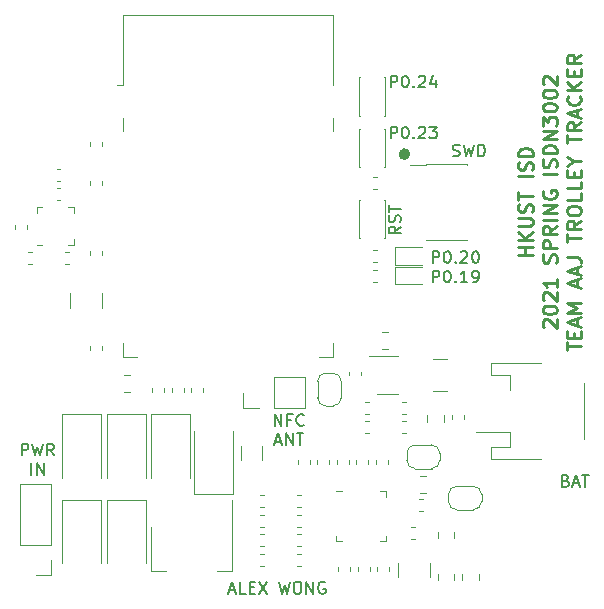
<source format=gbr>
%TF.GenerationSoftware,KiCad,Pcbnew,(5.1.6)-1*%
%TF.CreationDate,2021-05-23T01:52:29+08:00*%
%TF.ProjectId,HKIA_Tracker,484b4941-5f54-4726-9163-6b65722e6b69,rev?*%
%TF.SameCoordinates,Original*%
%TF.FileFunction,Legend,Top*%
%TF.FilePolarity,Positive*%
%FSLAX46Y46*%
G04 Gerber Fmt 4.6, Leading zero omitted, Abs format (unit mm)*
G04 Created by KiCad (PCBNEW (5.1.6)-1) date 2021-05-23 01:52:29*
%MOMM*%
%LPD*%
G01*
G04 APERTURE LIST*
%ADD10C,0.150000*%
%ADD11C,0.250000*%
%ADD12C,0.600000*%
%ADD13C,0.120000*%
%ADD14C,0.100000*%
G04 APERTURE END LIST*
D10*
X118915371Y-123915466D02*
X119391561Y-123915466D01*
X118820133Y-124201180D02*
X119153466Y-123201180D01*
X119486800Y-124201180D01*
X120296323Y-124201180D02*
X119820133Y-124201180D01*
X119820133Y-123201180D01*
X120629657Y-123677371D02*
X120962990Y-123677371D01*
X121105847Y-124201180D02*
X120629657Y-124201180D01*
X120629657Y-123201180D01*
X121105847Y-123201180D01*
X121439180Y-123201180D02*
X122105847Y-124201180D01*
X122105847Y-123201180D02*
X121439180Y-124201180D01*
X123153466Y-123201180D02*
X123391561Y-124201180D01*
X123582038Y-123486895D01*
X123772514Y-124201180D01*
X124010609Y-123201180D01*
X124582038Y-123201180D02*
X124772514Y-123201180D01*
X124867752Y-123248800D01*
X124962990Y-123344038D01*
X125010609Y-123534514D01*
X125010609Y-123867847D01*
X124962990Y-124058323D01*
X124867752Y-124153561D01*
X124772514Y-124201180D01*
X124582038Y-124201180D01*
X124486800Y-124153561D01*
X124391561Y-124058323D01*
X124343942Y-123867847D01*
X124343942Y-123534514D01*
X124391561Y-123344038D01*
X124486800Y-123248800D01*
X124582038Y-123201180D01*
X125439180Y-124201180D02*
X125439180Y-123201180D01*
X126010609Y-124201180D01*
X126010609Y-123201180D01*
X127010609Y-123248800D02*
X126915371Y-123201180D01*
X126772514Y-123201180D01*
X126629657Y-123248800D01*
X126534419Y-123344038D01*
X126486800Y-123439276D01*
X126439180Y-123629752D01*
X126439180Y-123772609D01*
X126486800Y-123963085D01*
X126534419Y-124058323D01*
X126629657Y-124153561D01*
X126772514Y-124201180D01*
X126867752Y-124201180D01*
X127010609Y-124153561D01*
X127058228Y-124105942D01*
X127058228Y-123772609D01*
X126867752Y-123772609D01*
D11*
X144593657Y-95547885D02*
X143393657Y-95547885D01*
X143965085Y-95547885D02*
X143965085Y-94862171D01*
X144593657Y-94862171D02*
X143393657Y-94862171D01*
X144593657Y-94290742D02*
X143393657Y-94290742D01*
X144593657Y-93605028D02*
X143907942Y-94119314D01*
X143393657Y-93605028D02*
X144079371Y-94290742D01*
X143393657Y-93090742D02*
X144365085Y-93090742D01*
X144479371Y-93033600D01*
X144536514Y-92976457D01*
X144593657Y-92862171D01*
X144593657Y-92633600D01*
X144536514Y-92519314D01*
X144479371Y-92462171D01*
X144365085Y-92405028D01*
X143393657Y-92405028D01*
X144536514Y-91890742D02*
X144593657Y-91719314D01*
X144593657Y-91433600D01*
X144536514Y-91319314D01*
X144479371Y-91262171D01*
X144365085Y-91205028D01*
X144250800Y-91205028D01*
X144136514Y-91262171D01*
X144079371Y-91319314D01*
X144022228Y-91433600D01*
X143965085Y-91662171D01*
X143907942Y-91776457D01*
X143850800Y-91833600D01*
X143736514Y-91890742D01*
X143622228Y-91890742D01*
X143507942Y-91833600D01*
X143450800Y-91776457D01*
X143393657Y-91662171D01*
X143393657Y-91376457D01*
X143450800Y-91205028D01*
X143393657Y-90862171D02*
X143393657Y-90176457D01*
X144593657Y-90519314D02*
X143393657Y-90519314D01*
X144593657Y-88862171D02*
X143393657Y-88862171D01*
X144536514Y-88347885D02*
X144593657Y-88176457D01*
X144593657Y-87890742D01*
X144536514Y-87776457D01*
X144479371Y-87719314D01*
X144365085Y-87662171D01*
X144250800Y-87662171D01*
X144136514Y-87719314D01*
X144079371Y-87776457D01*
X144022228Y-87890742D01*
X143965085Y-88119314D01*
X143907942Y-88233600D01*
X143850800Y-88290742D01*
X143736514Y-88347885D01*
X143622228Y-88347885D01*
X143507942Y-88290742D01*
X143450800Y-88233600D01*
X143393657Y-88119314D01*
X143393657Y-87833600D01*
X143450800Y-87662171D01*
X144593657Y-87147885D02*
X143393657Y-87147885D01*
X143393657Y-86862171D01*
X143450800Y-86690742D01*
X143565085Y-86576457D01*
X143679371Y-86519314D01*
X143907942Y-86462171D01*
X144079371Y-86462171D01*
X144307942Y-86519314D01*
X144422228Y-86576457D01*
X144536514Y-86690742D01*
X144593657Y-86862171D01*
X144593657Y-87147885D01*
X145557942Y-101662171D02*
X145500800Y-101605028D01*
X145443657Y-101490742D01*
X145443657Y-101205028D01*
X145500800Y-101090742D01*
X145557942Y-101033600D01*
X145672228Y-100976457D01*
X145786514Y-100976457D01*
X145957942Y-101033600D01*
X146643657Y-101719314D01*
X146643657Y-100976457D01*
X145443657Y-100233600D02*
X145443657Y-100119314D01*
X145500800Y-100005028D01*
X145557942Y-99947885D01*
X145672228Y-99890742D01*
X145900800Y-99833600D01*
X146186514Y-99833600D01*
X146415085Y-99890742D01*
X146529371Y-99947885D01*
X146586514Y-100005028D01*
X146643657Y-100119314D01*
X146643657Y-100233600D01*
X146586514Y-100347885D01*
X146529371Y-100405028D01*
X146415085Y-100462171D01*
X146186514Y-100519314D01*
X145900800Y-100519314D01*
X145672228Y-100462171D01*
X145557942Y-100405028D01*
X145500800Y-100347885D01*
X145443657Y-100233600D01*
X145557942Y-99376457D02*
X145500800Y-99319314D01*
X145443657Y-99205028D01*
X145443657Y-98919314D01*
X145500800Y-98805028D01*
X145557942Y-98747885D01*
X145672228Y-98690742D01*
X145786514Y-98690742D01*
X145957942Y-98747885D01*
X146643657Y-99433600D01*
X146643657Y-98690742D01*
X146643657Y-97547885D02*
X146643657Y-98233600D01*
X146643657Y-97890742D02*
X145443657Y-97890742D01*
X145615085Y-98005028D01*
X145729371Y-98119314D01*
X145786514Y-98233600D01*
X146586514Y-96176457D02*
X146643657Y-96005028D01*
X146643657Y-95719314D01*
X146586514Y-95605028D01*
X146529371Y-95547885D01*
X146415085Y-95490742D01*
X146300800Y-95490742D01*
X146186514Y-95547885D01*
X146129371Y-95605028D01*
X146072228Y-95719314D01*
X146015085Y-95947885D01*
X145957942Y-96062171D01*
X145900800Y-96119314D01*
X145786514Y-96176457D01*
X145672228Y-96176457D01*
X145557942Y-96119314D01*
X145500800Y-96062171D01*
X145443657Y-95947885D01*
X145443657Y-95662171D01*
X145500800Y-95490742D01*
X146643657Y-94976457D02*
X145443657Y-94976457D01*
X145443657Y-94519314D01*
X145500800Y-94405028D01*
X145557942Y-94347885D01*
X145672228Y-94290742D01*
X145843657Y-94290742D01*
X145957942Y-94347885D01*
X146015085Y-94405028D01*
X146072228Y-94519314D01*
X146072228Y-94976457D01*
X146643657Y-93090742D02*
X146072228Y-93490742D01*
X146643657Y-93776457D02*
X145443657Y-93776457D01*
X145443657Y-93319314D01*
X145500800Y-93205028D01*
X145557942Y-93147885D01*
X145672228Y-93090742D01*
X145843657Y-93090742D01*
X145957942Y-93147885D01*
X146015085Y-93205028D01*
X146072228Y-93319314D01*
X146072228Y-93776457D01*
X146643657Y-92576457D02*
X145443657Y-92576457D01*
X146643657Y-92005028D02*
X145443657Y-92005028D01*
X146643657Y-91319314D01*
X145443657Y-91319314D01*
X145500800Y-90119314D02*
X145443657Y-90233600D01*
X145443657Y-90405028D01*
X145500800Y-90576457D01*
X145615085Y-90690742D01*
X145729371Y-90747885D01*
X145957942Y-90805028D01*
X146129371Y-90805028D01*
X146357942Y-90747885D01*
X146472228Y-90690742D01*
X146586514Y-90576457D01*
X146643657Y-90405028D01*
X146643657Y-90290742D01*
X146586514Y-90119314D01*
X146529371Y-90062171D01*
X146129371Y-90062171D01*
X146129371Y-90290742D01*
X146643657Y-88633600D02*
X145443657Y-88633600D01*
X146586514Y-88119314D02*
X146643657Y-87947885D01*
X146643657Y-87662171D01*
X146586514Y-87547885D01*
X146529371Y-87490742D01*
X146415085Y-87433600D01*
X146300800Y-87433600D01*
X146186514Y-87490742D01*
X146129371Y-87547885D01*
X146072228Y-87662171D01*
X146015085Y-87890742D01*
X145957942Y-88005028D01*
X145900800Y-88062171D01*
X145786514Y-88119314D01*
X145672228Y-88119314D01*
X145557942Y-88062171D01*
X145500800Y-88005028D01*
X145443657Y-87890742D01*
X145443657Y-87605028D01*
X145500800Y-87433600D01*
X146643657Y-86919314D02*
X145443657Y-86919314D01*
X145443657Y-86633600D01*
X145500800Y-86462171D01*
X145615085Y-86347885D01*
X145729371Y-86290742D01*
X145957942Y-86233600D01*
X146129371Y-86233600D01*
X146357942Y-86290742D01*
X146472228Y-86347885D01*
X146586514Y-86462171D01*
X146643657Y-86633600D01*
X146643657Y-86919314D01*
X146643657Y-85719314D02*
X145443657Y-85719314D01*
X146643657Y-85033600D01*
X145443657Y-85033600D01*
X145443657Y-84576457D02*
X145443657Y-83833600D01*
X145900800Y-84233600D01*
X145900800Y-84062171D01*
X145957942Y-83947885D01*
X146015085Y-83890742D01*
X146129371Y-83833600D01*
X146415085Y-83833600D01*
X146529371Y-83890742D01*
X146586514Y-83947885D01*
X146643657Y-84062171D01*
X146643657Y-84405028D01*
X146586514Y-84519314D01*
X146529371Y-84576457D01*
X145443657Y-83090742D02*
X145443657Y-82976457D01*
X145500800Y-82862171D01*
X145557942Y-82805028D01*
X145672228Y-82747885D01*
X145900800Y-82690742D01*
X146186514Y-82690742D01*
X146415085Y-82747885D01*
X146529371Y-82805028D01*
X146586514Y-82862171D01*
X146643657Y-82976457D01*
X146643657Y-83090742D01*
X146586514Y-83205028D01*
X146529371Y-83262171D01*
X146415085Y-83319314D01*
X146186514Y-83376457D01*
X145900800Y-83376457D01*
X145672228Y-83319314D01*
X145557942Y-83262171D01*
X145500800Y-83205028D01*
X145443657Y-83090742D01*
X145443657Y-81947885D02*
X145443657Y-81833600D01*
X145500800Y-81719314D01*
X145557942Y-81662171D01*
X145672228Y-81605028D01*
X145900800Y-81547885D01*
X146186514Y-81547885D01*
X146415085Y-81605028D01*
X146529371Y-81662171D01*
X146586514Y-81719314D01*
X146643657Y-81833600D01*
X146643657Y-81947885D01*
X146586514Y-82062171D01*
X146529371Y-82119314D01*
X146415085Y-82176457D01*
X146186514Y-82233600D01*
X145900800Y-82233600D01*
X145672228Y-82176457D01*
X145557942Y-82119314D01*
X145500800Y-82062171D01*
X145443657Y-81947885D01*
X145557942Y-81090742D02*
X145500800Y-81033600D01*
X145443657Y-80919314D01*
X145443657Y-80633600D01*
X145500800Y-80519314D01*
X145557942Y-80462171D01*
X145672228Y-80405028D01*
X145786514Y-80405028D01*
X145957942Y-80462171D01*
X146643657Y-81147885D01*
X146643657Y-80405028D01*
X147493657Y-103605028D02*
X147493657Y-102919314D01*
X148693657Y-103262171D02*
X147493657Y-103262171D01*
X148065085Y-102519314D02*
X148065085Y-102119314D01*
X148693657Y-101947885D02*
X148693657Y-102519314D01*
X147493657Y-102519314D01*
X147493657Y-101947885D01*
X148350800Y-101490742D02*
X148350800Y-100919314D01*
X148693657Y-101605028D02*
X147493657Y-101205028D01*
X148693657Y-100805028D01*
X148693657Y-100405028D02*
X147493657Y-100405028D01*
X148350800Y-100005028D01*
X147493657Y-99605028D01*
X148693657Y-99605028D01*
X148350800Y-98176457D02*
X148350800Y-97605028D01*
X148693657Y-98290742D02*
X147493657Y-97890742D01*
X148693657Y-97490742D01*
X148350800Y-97147885D02*
X148350800Y-96576457D01*
X148693657Y-97262171D02*
X147493657Y-96862171D01*
X148693657Y-96462171D01*
X147493657Y-95719314D02*
X148350800Y-95719314D01*
X148522228Y-95776457D01*
X148636514Y-95890742D01*
X148693657Y-96062171D01*
X148693657Y-96176457D01*
X147493657Y-94405028D02*
X147493657Y-93719314D01*
X148693657Y-94062171D02*
X147493657Y-94062171D01*
X148693657Y-92633600D02*
X148122228Y-93033600D01*
X148693657Y-93319314D02*
X147493657Y-93319314D01*
X147493657Y-92862171D01*
X147550800Y-92747885D01*
X147607942Y-92690742D01*
X147722228Y-92633600D01*
X147893657Y-92633600D01*
X148007942Y-92690742D01*
X148065085Y-92747885D01*
X148122228Y-92862171D01*
X148122228Y-93319314D01*
X147493657Y-91890742D02*
X147493657Y-91662171D01*
X147550800Y-91547885D01*
X147665085Y-91433600D01*
X147893657Y-91376457D01*
X148293657Y-91376457D01*
X148522228Y-91433600D01*
X148636514Y-91547885D01*
X148693657Y-91662171D01*
X148693657Y-91890742D01*
X148636514Y-92005028D01*
X148522228Y-92119314D01*
X148293657Y-92176457D01*
X147893657Y-92176457D01*
X147665085Y-92119314D01*
X147550800Y-92005028D01*
X147493657Y-91890742D01*
X148693657Y-90290742D02*
X148693657Y-90862171D01*
X147493657Y-90862171D01*
X148693657Y-89319314D02*
X148693657Y-89890742D01*
X147493657Y-89890742D01*
X148065085Y-88919314D02*
X148065085Y-88519314D01*
X148693657Y-88347885D02*
X148693657Y-88919314D01*
X147493657Y-88919314D01*
X147493657Y-88347885D01*
X148122228Y-87605028D02*
X148693657Y-87605028D01*
X147493657Y-88005028D02*
X148122228Y-87605028D01*
X147493657Y-87205028D01*
X147493657Y-86062171D02*
X147493657Y-85376457D01*
X148693657Y-85719314D02*
X147493657Y-85719314D01*
X148693657Y-84290742D02*
X148122228Y-84690742D01*
X148693657Y-84976457D02*
X147493657Y-84976457D01*
X147493657Y-84519314D01*
X147550800Y-84405028D01*
X147607942Y-84347885D01*
X147722228Y-84290742D01*
X147893657Y-84290742D01*
X148007942Y-84347885D01*
X148065085Y-84405028D01*
X148122228Y-84519314D01*
X148122228Y-84976457D01*
X148350800Y-83833600D02*
X148350800Y-83262171D01*
X148693657Y-83947885D02*
X147493657Y-83547885D01*
X148693657Y-83147885D01*
X148579371Y-82062171D02*
X148636514Y-82119314D01*
X148693657Y-82290742D01*
X148693657Y-82405028D01*
X148636514Y-82576457D01*
X148522228Y-82690742D01*
X148407942Y-82747885D01*
X148179371Y-82805028D01*
X148007942Y-82805028D01*
X147779371Y-82747885D01*
X147665085Y-82690742D01*
X147550800Y-82576457D01*
X147493657Y-82405028D01*
X147493657Y-82290742D01*
X147550800Y-82119314D01*
X147607942Y-82062171D01*
X148693657Y-81547885D02*
X147493657Y-81547885D01*
X148693657Y-80862171D02*
X148007942Y-81376457D01*
X147493657Y-80862171D02*
X148179371Y-81547885D01*
X148065085Y-80347885D02*
X148065085Y-79947885D01*
X148693657Y-79776457D02*
X148693657Y-80347885D01*
X147493657Y-80347885D01*
X147493657Y-79776457D01*
X148693657Y-78576457D02*
X148122228Y-78976457D01*
X148693657Y-79262171D02*
X147493657Y-79262171D01*
X147493657Y-78805028D01*
X147550800Y-78690742D01*
X147607942Y-78633600D01*
X147722228Y-78576457D01*
X147893657Y-78576457D01*
X148007942Y-78633600D01*
X148065085Y-78690742D01*
X148122228Y-78805028D01*
X148122228Y-79262171D01*
D12*
X133931000Y-86995000D02*
G75*
G03*
X133931000Y-86995000I-200000J0D01*
G01*
D10*
X137834857Y-87145761D02*
X137977714Y-87193380D01*
X138215809Y-87193380D01*
X138311047Y-87145761D01*
X138358666Y-87098142D01*
X138406285Y-87002904D01*
X138406285Y-86907666D01*
X138358666Y-86812428D01*
X138311047Y-86764809D01*
X138215809Y-86717190D01*
X138025333Y-86669571D01*
X137930095Y-86621952D01*
X137882476Y-86574333D01*
X137834857Y-86479095D01*
X137834857Y-86383857D01*
X137882476Y-86288619D01*
X137930095Y-86241000D01*
X138025333Y-86193380D01*
X138263428Y-86193380D01*
X138406285Y-86241000D01*
X138739619Y-86193380D02*
X138977714Y-87193380D01*
X139168190Y-86479095D01*
X139358666Y-87193380D01*
X139596761Y-86193380D01*
X139977714Y-87193380D02*
X139977714Y-86193380D01*
X140215809Y-86193380D01*
X140358666Y-86241000D01*
X140453904Y-86336238D01*
X140501523Y-86431476D01*
X140549142Y-86621952D01*
X140549142Y-86764809D01*
X140501523Y-86955285D01*
X140453904Y-87050523D01*
X140358666Y-87145761D01*
X140215809Y-87193380D01*
X139977714Y-87193380D01*
X147394704Y-114634971D02*
X147537561Y-114682590D01*
X147585180Y-114730209D01*
X147632800Y-114825447D01*
X147632800Y-114968304D01*
X147585180Y-115063542D01*
X147537561Y-115111161D01*
X147442323Y-115158780D01*
X147061371Y-115158780D01*
X147061371Y-114158780D01*
X147394704Y-114158780D01*
X147489942Y-114206400D01*
X147537561Y-114254019D01*
X147585180Y-114349257D01*
X147585180Y-114444495D01*
X147537561Y-114539733D01*
X147489942Y-114587352D01*
X147394704Y-114634971D01*
X147061371Y-114634971D01*
X148013752Y-114873066D02*
X148489942Y-114873066D01*
X147918514Y-115158780D02*
X148251847Y-114158780D01*
X148585180Y-115158780D01*
X148775657Y-114158780D02*
X149347085Y-114158780D01*
X149061371Y-115158780D02*
X149061371Y-114158780D01*
X101333466Y-112504980D02*
X101333466Y-111504980D01*
X101714419Y-111504980D01*
X101809657Y-111552600D01*
X101857276Y-111600219D01*
X101904895Y-111695457D01*
X101904895Y-111838314D01*
X101857276Y-111933552D01*
X101809657Y-111981171D01*
X101714419Y-112028790D01*
X101333466Y-112028790D01*
X102238228Y-111504980D02*
X102476323Y-112504980D01*
X102666800Y-111790695D01*
X102857276Y-112504980D01*
X103095371Y-111504980D01*
X104047752Y-112504980D02*
X103714419Y-112028790D01*
X103476323Y-112504980D02*
X103476323Y-111504980D01*
X103857276Y-111504980D01*
X103952514Y-111552600D01*
X104000133Y-111600219D01*
X104047752Y-111695457D01*
X104047752Y-111838314D01*
X104000133Y-111933552D01*
X103952514Y-111981171D01*
X103857276Y-112028790D01*
X103476323Y-112028790D01*
X102142990Y-114154980D02*
X102142990Y-113154980D01*
X102619180Y-114154980D02*
X102619180Y-113154980D01*
X103190609Y-114154980D01*
X103190609Y-113154980D01*
X122737714Y-109990380D02*
X122737714Y-108990380D01*
X123309142Y-109990380D01*
X123309142Y-108990380D01*
X124118666Y-109466571D02*
X123785333Y-109466571D01*
X123785333Y-109990380D02*
X123785333Y-108990380D01*
X124261523Y-108990380D01*
X125213904Y-109895142D02*
X125166285Y-109942761D01*
X125023428Y-109990380D01*
X124928190Y-109990380D01*
X124785333Y-109942761D01*
X124690095Y-109847523D01*
X124642476Y-109752285D01*
X124594857Y-109561809D01*
X124594857Y-109418952D01*
X124642476Y-109228476D01*
X124690095Y-109133238D01*
X124785333Y-109038000D01*
X124928190Y-108990380D01*
X125023428Y-108990380D01*
X125166285Y-109038000D01*
X125213904Y-109085619D01*
X122809142Y-111354666D02*
X123285333Y-111354666D01*
X122713904Y-111640380D02*
X123047238Y-110640380D01*
X123380571Y-111640380D01*
X123713904Y-111640380D02*
X123713904Y-110640380D01*
X124285333Y-111640380D01*
X124285333Y-110640380D01*
X124618666Y-110640380D02*
X125190095Y-110640380D01*
X124904380Y-111640380D02*
X124904380Y-110640380D01*
X136120428Y-96210380D02*
X136120428Y-95210380D01*
X136501380Y-95210380D01*
X136596619Y-95258000D01*
X136644238Y-95305619D01*
X136691857Y-95400857D01*
X136691857Y-95543714D01*
X136644238Y-95638952D01*
X136596619Y-95686571D01*
X136501380Y-95734190D01*
X136120428Y-95734190D01*
X137310904Y-95210380D02*
X137406142Y-95210380D01*
X137501380Y-95258000D01*
X137549000Y-95305619D01*
X137596619Y-95400857D01*
X137644238Y-95591333D01*
X137644238Y-95829428D01*
X137596619Y-96019904D01*
X137549000Y-96115142D01*
X137501380Y-96162761D01*
X137406142Y-96210380D01*
X137310904Y-96210380D01*
X137215666Y-96162761D01*
X137168047Y-96115142D01*
X137120428Y-96019904D01*
X137072809Y-95829428D01*
X137072809Y-95591333D01*
X137120428Y-95400857D01*
X137168047Y-95305619D01*
X137215666Y-95258000D01*
X137310904Y-95210380D01*
X138072809Y-96115142D02*
X138120428Y-96162761D01*
X138072809Y-96210380D01*
X138025190Y-96162761D01*
X138072809Y-96115142D01*
X138072809Y-96210380D01*
X138501380Y-95305619D02*
X138549000Y-95258000D01*
X138644238Y-95210380D01*
X138882333Y-95210380D01*
X138977571Y-95258000D01*
X139025190Y-95305619D01*
X139072809Y-95400857D01*
X139072809Y-95496095D01*
X139025190Y-95638952D01*
X138453761Y-96210380D01*
X139072809Y-96210380D01*
X139691857Y-95210380D02*
X139787095Y-95210380D01*
X139882333Y-95258000D01*
X139929952Y-95305619D01*
X139977571Y-95400857D01*
X140025190Y-95591333D01*
X140025190Y-95829428D01*
X139977571Y-96019904D01*
X139929952Y-96115142D01*
X139882333Y-96162761D01*
X139787095Y-96210380D01*
X139691857Y-96210380D01*
X139596619Y-96162761D01*
X139549000Y-96115142D01*
X139501380Y-96019904D01*
X139453761Y-95829428D01*
X139453761Y-95591333D01*
X139501380Y-95400857D01*
X139549000Y-95305619D01*
X139596619Y-95258000D01*
X139691857Y-95210380D01*
X136120428Y-97861380D02*
X136120428Y-96861380D01*
X136501380Y-96861380D01*
X136596619Y-96909000D01*
X136644238Y-96956619D01*
X136691857Y-97051857D01*
X136691857Y-97194714D01*
X136644238Y-97289952D01*
X136596619Y-97337571D01*
X136501380Y-97385190D01*
X136120428Y-97385190D01*
X137310904Y-96861380D02*
X137406142Y-96861380D01*
X137501380Y-96909000D01*
X137549000Y-96956619D01*
X137596619Y-97051857D01*
X137644238Y-97242333D01*
X137644238Y-97480428D01*
X137596619Y-97670904D01*
X137549000Y-97766142D01*
X137501380Y-97813761D01*
X137406142Y-97861380D01*
X137310904Y-97861380D01*
X137215666Y-97813761D01*
X137168047Y-97766142D01*
X137120428Y-97670904D01*
X137072809Y-97480428D01*
X137072809Y-97242333D01*
X137120428Y-97051857D01*
X137168047Y-96956619D01*
X137215666Y-96909000D01*
X137310904Y-96861380D01*
X138072809Y-97766142D02*
X138120428Y-97813761D01*
X138072809Y-97861380D01*
X138025190Y-97813761D01*
X138072809Y-97766142D01*
X138072809Y-97861380D01*
X139072809Y-97861380D02*
X138501380Y-97861380D01*
X138787095Y-97861380D02*
X138787095Y-96861380D01*
X138691857Y-97004238D01*
X138596619Y-97099476D01*
X138501380Y-97147095D01*
X139549000Y-97861380D02*
X139739476Y-97861380D01*
X139834714Y-97813761D01*
X139882333Y-97766142D01*
X139977571Y-97623285D01*
X140025190Y-97432809D01*
X140025190Y-97051857D01*
X139977571Y-96956619D01*
X139929952Y-96909000D01*
X139834714Y-96861380D01*
X139644238Y-96861380D01*
X139549000Y-96909000D01*
X139501380Y-96956619D01*
X139453761Y-97051857D01*
X139453761Y-97289952D01*
X139501380Y-97385190D01*
X139549000Y-97432809D01*
X139644238Y-97480428D01*
X139834714Y-97480428D01*
X139929952Y-97432809D01*
X139977571Y-97385190D01*
X140025190Y-97289952D01*
X133421380Y-93130619D02*
X132945190Y-93463952D01*
X133421380Y-93702047D02*
X132421380Y-93702047D01*
X132421380Y-93321095D01*
X132469000Y-93225857D01*
X132516619Y-93178238D01*
X132611857Y-93130619D01*
X132754714Y-93130619D01*
X132849952Y-93178238D01*
X132897571Y-93225857D01*
X132945190Y-93321095D01*
X132945190Y-93702047D01*
X133373761Y-92749666D02*
X133421380Y-92606809D01*
X133421380Y-92368714D01*
X133373761Y-92273476D01*
X133326142Y-92225857D01*
X133230904Y-92178238D01*
X133135666Y-92178238D01*
X133040428Y-92225857D01*
X132992809Y-92273476D01*
X132945190Y-92368714D01*
X132897571Y-92559190D01*
X132849952Y-92654428D01*
X132802333Y-92702047D01*
X132707095Y-92749666D01*
X132611857Y-92749666D01*
X132516619Y-92702047D01*
X132469000Y-92654428D01*
X132421380Y-92559190D01*
X132421380Y-92321095D01*
X132469000Y-92178238D01*
X132421380Y-91892523D02*
X132421380Y-91321095D01*
X133421380Y-91606809D02*
X132421380Y-91606809D01*
X132564428Y-81351380D02*
X132564428Y-80351380D01*
X132945380Y-80351380D01*
X133040619Y-80399000D01*
X133088238Y-80446619D01*
X133135857Y-80541857D01*
X133135857Y-80684714D01*
X133088238Y-80779952D01*
X133040619Y-80827571D01*
X132945380Y-80875190D01*
X132564428Y-80875190D01*
X133754904Y-80351380D02*
X133850142Y-80351380D01*
X133945380Y-80399000D01*
X133993000Y-80446619D01*
X134040619Y-80541857D01*
X134088238Y-80732333D01*
X134088238Y-80970428D01*
X134040619Y-81160904D01*
X133993000Y-81256142D01*
X133945380Y-81303761D01*
X133850142Y-81351380D01*
X133754904Y-81351380D01*
X133659666Y-81303761D01*
X133612047Y-81256142D01*
X133564428Y-81160904D01*
X133516809Y-80970428D01*
X133516809Y-80732333D01*
X133564428Y-80541857D01*
X133612047Y-80446619D01*
X133659666Y-80399000D01*
X133754904Y-80351380D01*
X134516809Y-81256142D02*
X134564428Y-81303761D01*
X134516809Y-81351380D01*
X134469190Y-81303761D01*
X134516809Y-81256142D01*
X134516809Y-81351380D01*
X134945380Y-80446619D02*
X134993000Y-80399000D01*
X135088238Y-80351380D01*
X135326333Y-80351380D01*
X135421571Y-80399000D01*
X135469190Y-80446619D01*
X135516809Y-80541857D01*
X135516809Y-80637095D01*
X135469190Y-80779952D01*
X134897761Y-81351380D01*
X135516809Y-81351380D01*
X136373952Y-80684714D02*
X136373952Y-81351380D01*
X136135857Y-80303761D02*
X135897761Y-81018047D01*
X136516809Y-81018047D01*
X132564428Y-85669380D02*
X132564428Y-84669380D01*
X132945380Y-84669380D01*
X133040619Y-84717000D01*
X133088238Y-84764619D01*
X133135857Y-84859857D01*
X133135857Y-85002714D01*
X133088238Y-85097952D01*
X133040619Y-85145571D01*
X132945380Y-85193190D01*
X132564428Y-85193190D01*
X133754904Y-84669380D02*
X133850142Y-84669380D01*
X133945380Y-84717000D01*
X133993000Y-84764619D01*
X134040619Y-84859857D01*
X134088238Y-85050333D01*
X134088238Y-85288428D01*
X134040619Y-85478904D01*
X133993000Y-85574142D01*
X133945380Y-85621761D01*
X133850142Y-85669380D01*
X133754904Y-85669380D01*
X133659666Y-85621761D01*
X133612047Y-85574142D01*
X133564428Y-85478904D01*
X133516809Y-85288428D01*
X133516809Y-85050333D01*
X133564428Y-84859857D01*
X133612047Y-84764619D01*
X133659666Y-84717000D01*
X133754904Y-84669380D01*
X134516809Y-85574142D02*
X134564428Y-85621761D01*
X134516809Y-85669380D01*
X134469190Y-85621761D01*
X134516809Y-85574142D01*
X134516809Y-85669380D01*
X134945380Y-84764619D02*
X134993000Y-84717000D01*
X135088238Y-84669380D01*
X135326333Y-84669380D01*
X135421571Y-84717000D01*
X135469190Y-84764619D01*
X135516809Y-84859857D01*
X135516809Y-84955095D01*
X135469190Y-85097952D01*
X134897761Y-85669380D01*
X135516809Y-85669380D01*
X135850142Y-84669380D02*
X136469190Y-84669380D01*
X136135857Y-85050333D01*
X136278714Y-85050333D01*
X136373952Y-85097952D01*
X136421571Y-85145571D01*
X136469190Y-85240809D01*
X136469190Y-85478904D01*
X136421571Y-85574142D01*
X136373952Y-85621761D01*
X136278714Y-85669380D01*
X135993000Y-85669380D01*
X135897761Y-85621761D01*
X135850142Y-85574142D01*
D13*
%TO.C,J3*%
X125282000Y-108518000D02*
X125282000Y-105858000D01*
X122682000Y-108518000D02*
X125282000Y-108518000D01*
X122682000Y-105858000D02*
X125282000Y-105858000D01*
X122682000Y-108518000D02*
X122682000Y-105858000D01*
X121412000Y-108518000D02*
X120082000Y-108518000D01*
X120082000Y-108518000D02*
X120082000Y-107188000D01*
%TO.C,J1*%
X103844400Y-114925800D02*
X101184400Y-114925800D01*
X103844400Y-120065800D02*
X103844400Y-114925800D01*
X101184400Y-120065800D02*
X101184400Y-114925800D01*
X103844400Y-120065800D02*
X101184400Y-120065800D01*
X103844400Y-121335800D02*
X103844400Y-122665800D01*
X103844400Y-122665800D02*
X102514400Y-122665800D01*
%TO.C,D7*%
X112287000Y-122306000D02*
X113547000Y-122306000D01*
X119107000Y-122306000D02*
X117847000Y-122306000D01*
X112287000Y-118546000D02*
X112287000Y-122306000D01*
X119107000Y-116296000D02*
X119107000Y-122306000D01*
D14*
%TO.C,U5*%
X102589500Y-92003500D02*
X102589500Y-91503500D01*
X102589500Y-91503500D02*
X103089500Y-91503500D01*
X105789500Y-91503500D02*
X105289500Y-91503500D01*
X105289500Y-91503500D02*
X105789500Y-91503500D01*
X105789500Y-91503500D02*
X105789500Y-92003500D01*
X105789500Y-94703500D02*
X105789500Y-94203500D01*
X105789500Y-94703500D02*
X105289500Y-94703500D01*
X102589500Y-94703500D02*
X103089500Y-94703500D01*
D13*
%TO.C,U4*%
X131421300Y-107299400D02*
X133221300Y-107299400D01*
X133221300Y-104079400D02*
X130771300Y-104079400D01*
%TO.C,U2*%
X131683000Y-115555500D02*
X132158000Y-115555500D01*
X132158000Y-115555500D02*
X132158000Y-116030500D01*
X128413000Y-119775500D02*
X127938000Y-119775500D01*
X127938000Y-119775500D02*
X127938000Y-119300500D01*
X131683000Y-119775500D02*
X132158000Y-119775500D01*
X132158000Y-119775500D02*
X132158000Y-119300500D01*
X128413000Y-115555500D02*
X127938000Y-115555500D01*
%TO.C,U1*%
X109925800Y-104132000D02*
X109925800Y-103012000D01*
X109925800Y-104132000D02*
X111075800Y-104132000D01*
X127665800Y-104132000D02*
X127665800Y-103012000D01*
X127665800Y-104132000D02*
X126515800Y-104132000D01*
X127665800Y-83962000D02*
X127665800Y-85002000D01*
X109925800Y-83962000D02*
X109925800Y-85002000D01*
X127665800Y-75192000D02*
X127665800Y-81172000D01*
X127665800Y-75192000D02*
X109925800Y-75192000D01*
X109925800Y-75192000D02*
X109925800Y-81172000D01*
X109925800Y-81172000D02*
X109425800Y-81172000D01*
%TO.C,SW3*%
X132107800Y-84867000D02*
X132107800Y-88107000D01*
X132107800Y-88107000D02*
X132007800Y-88107000D01*
X132107800Y-84867000D02*
X132007800Y-84867000D01*
X129867800Y-84867000D02*
X129867800Y-88107000D01*
X129967800Y-88107000D02*
X129867800Y-88107000D01*
X129967800Y-84867000D02*
X129867800Y-84867000D01*
%TO.C,SW2*%
X129867800Y-83725500D02*
X129867800Y-80485500D01*
X129867800Y-80485500D02*
X129967800Y-80485500D01*
X129867800Y-83725500D02*
X129967800Y-83725500D01*
X132107800Y-83725500D02*
X132107800Y-80485500D01*
X132007800Y-80485500D02*
X132107800Y-80485500D01*
X132007800Y-83725500D02*
X132107800Y-83725500D01*
%TO.C,SW1*%
X132107800Y-90836000D02*
X132107800Y-94076000D01*
X132107800Y-94076000D02*
X132007800Y-94076000D01*
X132107800Y-90836000D02*
X132007800Y-90836000D01*
X129867800Y-90836000D02*
X129867800Y-94076000D01*
X129967800Y-94076000D02*
X129867800Y-94076000D01*
X129967800Y-90836000D02*
X129867800Y-90836000D01*
%TO.C,R29*%
X129665000Y-113256279D02*
X129665000Y-112930721D01*
X130685000Y-113256279D02*
X130685000Y-112930721D01*
%TO.C,R28*%
X130706079Y-108993400D02*
X130380521Y-108993400D01*
X130706079Y-107973400D02*
X130380521Y-107973400D01*
%TO.C,R27*%
X133881079Y-108993400D02*
X133555521Y-108993400D01*
X133881079Y-107973400D02*
X133555521Y-107973400D01*
%TO.C,R26*%
X105318779Y-96331500D02*
X104993221Y-96331500D01*
X105318779Y-95311500D02*
X104993221Y-95311500D01*
%TO.C,R25*%
X101881721Y-95311500D02*
X102207279Y-95311500D01*
X101881721Y-96331500D02*
X102207279Y-96331500D01*
%TO.C,R19*%
X121828779Y-118556500D02*
X121503221Y-118556500D01*
X121828779Y-117536500D02*
X121503221Y-117536500D01*
%TO.C,R18*%
X121503221Y-119187500D02*
X121828779Y-119187500D01*
X121503221Y-120207500D02*
X121828779Y-120207500D01*
%TO.C,R17*%
X124678221Y-117549200D02*
X125003779Y-117549200D01*
X124678221Y-118569200D02*
X125003779Y-118569200D01*
%TO.C,R16*%
X121503221Y-115885500D02*
X121828779Y-115885500D01*
X121503221Y-116905500D02*
X121828779Y-116905500D01*
%TO.C,R15*%
X128014000Y-113256279D02*
X128014000Y-112930721D01*
X129034000Y-113256279D02*
X129034000Y-112930721D01*
%TO.C,R14*%
X131316000Y-113256279D02*
X131316000Y-112930721D01*
X132336000Y-113256279D02*
X132336000Y-112930721D01*
%TO.C,R13*%
X124712000Y-113256279D02*
X124712000Y-112930721D01*
X125732000Y-113256279D02*
X125732000Y-112930721D01*
%TO.C,R12*%
X126363000Y-113256279D02*
X126363000Y-112930721D01*
X127383000Y-113256279D02*
X127383000Y-112930721D01*
%TO.C,R11*%
X121503221Y-120838500D02*
X121828779Y-120838500D01*
X121503221Y-121858500D02*
X121828779Y-121858500D01*
%TO.C,R10*%
X124678221Y-119187500D02*
X125003779Y-119187500D01*
X124678221Y-120207500D02*
X125003779Y-120207500D01*
%TO.C,R9*%
X124678221Y-115885500D02*
X125003779Y-115885500D01*
X124678221Y-116905500D02*
X125003779Y-116905500D01*
%TO.C,R8*%
X131379179Y-96141000D02*
X131053621Y-96141000D01*
X131379179Y-95121000D02*
X131053621Y-95121000D01*
%TO.C,R7*%
X131379179Y-97792000D02*
X131053621Y-97792000D01*
X131379179Y-96772000D02*
X131053621Y-96772000D01*
%TO.C,R6*%
X115064000Y-106771221D02*
X115064000Y-107096779D01*
X114044000Y-106771221D02*
X114044000Y-107096779D01*
%TO.C,R5*%
X116715000Y-106771221D02*
X116715000Y-107096779D01*
X115695000Y-106771221D02*
X115695000Y-107096779D01*
%TO.C,R4*%
X124678221Y-120838500D02*
X125003779Y-120838500D01*
X124678221Y-121858500D02*
X125003779Y-121858500D01*
%TO.C,R3*%
X130812000Y-121947721D02*
X130812000Y-122273279D01*
X129792000Y-121947721D02*
X129792000Y-122273279D01*
%TO.C,R2*%
X131443000Y-122273279D02*
X131443000Y-121947721D01*
X132463000Y-122273279D02*
X132463000Y-121947721D01*
%TO.C,R1*%
X131079021Y-88961500D02*
X131404579Y-88961500D01*
X131079021Y-89981500D02*
X131404579Y-89981500D01*
%TO.C,L3*%
X136164236Y-104329400D02*
X137368364Y-104329400D01*
X136164236Y-107049400D02*
X137368364Y-107049400D01*
%TO.C,L2*%
X133209200Y-122814164D02*
X133209200Y-121610036D01*
X135929200Y-122814164D02*
X135929200Y-121610036D01*
%TO.C,L1*%
X108154300Y-98775436D02*
X108154300Y-99979564D01*
X105434300Y-98775436D02*
X105434300Y-99979564D01*
%TO.C,JP3*%
X127081000Y-108319000D02*
G75*
G02*
X126381000Y-107619000I0J700000D01*
G01*
X128381000Y-107619000D02*
G75*
G02*
X127681000Y-108319000I-700000J0D01*
G01*
X127681000Y-105519000D02*
G75*
G02*
X128381000Y-106219000I0J-700000D01*
G01*
X126381000Y-106219000D02*
G75*
G02*
X127081000Y-105519000I700000J0D01*
G01*
X127681000Y-108319000D02*
X127081000Y-108319000D01*
X128381000Y-106219000D02*
X128381000Y-107619000D01*
X127081000Y-105519000D02*
X127681000Y-105519000D01*
X126381000Y-107619000D02*
X126381000Y-106219000D01*
%TO.C,JP2*%
X137461800Y-115803400D02*
G75*
G02*
X138161800Y-115103400I700000J0D01*
G01*
X138161800Y-117103400D02*
G75*
G02*
X137461800Y-116403400I0J700000D01*
G01*
X140261800Y-116403400D02*
G75*
G02*
X139561800Y-117103400I-700000J0D01*
G01*
X139561800Y-115103400D02*
G75*
G02*
X140261800Y-115803400I0J-700000D01*
G01*
X137461800Y-116403400D02*
X137461800Y-115803400D01*
X139561800Y-117103400D02*
X138161800Y-117103400D01*
X140261800Y-115803400D02*
X140261800Y-116403400D01*
X138161800Y-115103400D02*
X139561800Y-115103400D01*
%TO.C,JP1*%
X133931200Y-112310900D02*
G75*
G02*
X134631200Y-111610900I700000J0D01*
G01*
X134631200Y-113610900D02*
G75*
G02*
X133931200Y-112910900I0J700000D01*
G01*
X136731200Y-112910900D02*
G75*
G02*
X136031200Y-113610900I-700000J0D01*
G01*
X136031200Y-111610900D02*
G75*
G02*
X136731200Y-112310900I0J-700000D01*
G01*
X133931200Y-112910900D02*
X133931200Y-112310900D01*
X136031200Y-113610900D02*
X134631200Y-113610900D01*
X136731200Y-112310900D02*
X136731200Y-112910900D01*
X134631200Y-111610900D02*
X136031200Y-111610900D01*
%TO.C,J4*%
X145339000Y-112797400D02*
X141089000Y-112797400D01*
X141089000Y-112797400D02*
X141089000Y-111777400D01*
X141089000Y-111777400D02*
X142689000Y-111777400D01*
X142689000Y-111777400D02*
X142689000Y-110497400D01*
X142689000Y-110497400D02*
X139799000Y-110497400D01*
X145339000Y-104677400D02*
X141089000Y-104677400D01*
X141089000Y-104677400D02*
X141089000Y-105697400D01*
X141089000Y-105697400D02*
X142689000Y-105697400D01*
X142689000Y-105697400D02*
X142689000Y-106977400D01*
X148909000Y-111077400D02*
X148909000Y-106397400D01*
%TO.C,J2*%
X135522000Y-87824000D02*
X139052000Y-87824000D01*
X135522000Y-94294000D02*
X139052000Y-94294000D01*
X134197000Y-87889000D02*
X135522000Y-87889000D01*
X135522000Y-87824000D02*
X135522000Y-87889000D01*
X139052000Y-87824000D02*
X139052000Y-87889000D01*
X135522000Y-94229000D02*
X135522000Y-94294000D01*
X139052000Y-94229000D02*
X139052000Y-94294000D01*
%TO.C,F1*%
X119867000Y-112867064D02*
X119867000Y-111662936D01*
X121687000Y-112867064D02*
X121687000Y-111662936D01*
%TO.C,D9*%
X135191400Y-94896000D02*
X132906400Y-94896000D01*
X132906400Y-94896000D02*
X132906400Y-96366000D01*
X132906400Y-96366000D02*
X135191400Y-96366000D01*
%TO.C,D8*%
X135191400Y-96547000D02*
X132906400Y-96547000D01*
X132906400Y-96547000D02*
X132906400Y-98017000D01*
X132906400Y-98017000D02*
X135191400Y-98017000D01*
%TO.C,D6*%
X115952000Y-115795000D02*
X119252000Y-115795000D01*
X119252000Y-115795000D02*
X119252000Y-110395000D01*
X115952000Y-115795000D02*
X115952000Y-110395000D01*
%TO.C,D5*%
X115569000Y-108995000D02*
X112269000Y-108995000D01*
X112269000Y-108995000D02*
X112269000Y-114395000D01*
X115569000Y-108995000D02*
X115569000Y-114395000D01*
%TO.C,D4*%
X111822500Y-116246700D02*
X108522500Y-116246700D01*
X108522500Y-116246700D02*
X108522500Y-121646700D01*
X111822500Y-116246700D02*
X111822500Y-121646700D01*
%TO.C,D3*%
X111822500Y-109007700D02*
X108522500Y-109007700D01*
X108522500Y-109007700D02*
X108522500Y-114407700D01*
X111822500Y-109007700D02*
X111822500Y-114407700D01*
%TO.C,D2*%
X108012500Y-116246700D02*
X104712500Y-116246700D01*
X104712500Y-116246700D02*
X104712500Y-121646700D01*
X108012500Y-116246700D02*
X108012500Y-121646700D01*
%TO.C,D1*%
X108012500Y-109007700D02*
X104712500Y-109007700D01*
X104712500Y-109007700D02*
X104712500Y-114407700D01*
X108012500Y-109007700D02*
X108012500Y-114407700D01*
%TO.C,C25*%
X138800300Y-109082621D02*
X138800300Y-109408179D01*
X137780300Y-109082621D02*
X137780300Y-109408179D01*
%TO.C,C23*%
X101792500Y-92966221D02*
X101792500Y-93291779D01*
X100772500Y-92966221D02*
X100772500Y-93291779D01*
%TO.C,C22*%
X137095300Y-109113822D02*
X137095300Y-109630978D01*
X135675300Y-109113822D02*
X135675300Y-109630978D01*
%TO.C,C21*%
X104282021Y-89850500D02*
X104607579Y-89850500D01*
X104282021Y-90870500D02*
X104607579Y-90870500D01*
%TO.C,C19*%
X130706079Y-110644400D02*
X130380521Y-110644400D01*
X130706079Y-109624400D02*
X130380521Y-109624400D01*
%TO.C,C18*%
X133881079Y-110644400D02*
X133555521Y-110644400D01*
X133881079Y-109624400D02*
X133555521Y-109624400D01*
%TO.C,C16*%
X104607579Y-89232200D02*
X104282021Y-89232200D01*
X104607579Y-88212200D02*
X104282021Y-88212200D01*
%TO.C,C15*%
X130037300Y-105399621D02*
X130037300Y-105725179D01*
X129017300Y-105399621D02*
X129017300Y-105725179D01*
%TO.C,C14*%
X131821422Y-102033000D02*
X132338578Y-102033000D01*
X131821422Y-103453000D02*
X132338578Y-103453000D01*
%TO.C,C13*%
X137971600Y-119007122D02*
X137971600Y-119524278D01*
X136551600Y-119007122D02*
X136551600Y-119524278D01*
%TO.C,C12*%
X135072622Y-114237700D02*
X135589778Y-114237700D01*
X135072622Y-115657700D02*
X135589778Y-115657700D01*
%TO.C,C11*%
X134304821Y-118552500D02*
X134630379Y-118552500D01*
X134304821Y-119572500D02*
X134630379Y-119572500D01*
%TO.C,C10*%
X134965221Y-116215700D02*
X135290779Y-116215700D01*
X134965221Y-117235700D02*
X135290779Y-117235700D01*
%TO.C,C9*%
X129161000Y-121947721D02*
X129161000Y-122273279D01*
X128141000Y-121947721D02*
X128141000Y-122273279D01*
%TO.C,C8*%
X136551600Y-123080278D02*
X136551600Y-122563122D01*
X137971600Y-123080278D02*
X137971600Y-122563122D01*
%TO.C,C7*%
X138609000Y-123080278D02*
X138609000Y-122563122D01*
X140029000Y-123080278D02*
X140029000Y-122563122D01*
%TO.C,C6*%
X113413000Y-106771221D02*
X113413000Y-107096779D01*
X112393000Y-106771221D02*
X112393000Y-107096779D01*
%TO.C,C5*%
X108129800Y-103215221D02*
X108129800Y-103540779D01*
X107109800Y-103215221D02*
X107109800Y-103540779D01*
%TO.C,C4*%
X107109800Y-86332279D02*
X107109800Y-86006721D01*
X108129800Y-86332279D02*
X108129800Y-86006721D01*
%TO.C,C3*%
X110494578Y-107136000D02*
X109977422Y-107136000D01*
X110494578Y-105716000D02*
X109977422Y-105716000D01*
%TO.C,C2*%
X108129800Y-89245221D02*
X108129800Y-89570779D01*
X107109800Y-89245221D02*
X107109800Y-89570779D01*
%TO.C,C1*%
X108129800Y-95214221D02*
X108129800Y-95539779D01*
X107109800Y-95214221D02*
X107109800Y-95539779D01*
%TD*%
M02*

</source>
